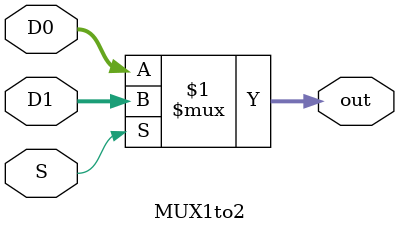
<source format=sv>
module MUX1to2(input logic S , input logic[63:0] D1,D0,output logic[63:0] out);
	assign out = S ? D1 : D0 ;
endmodule 
</source>
